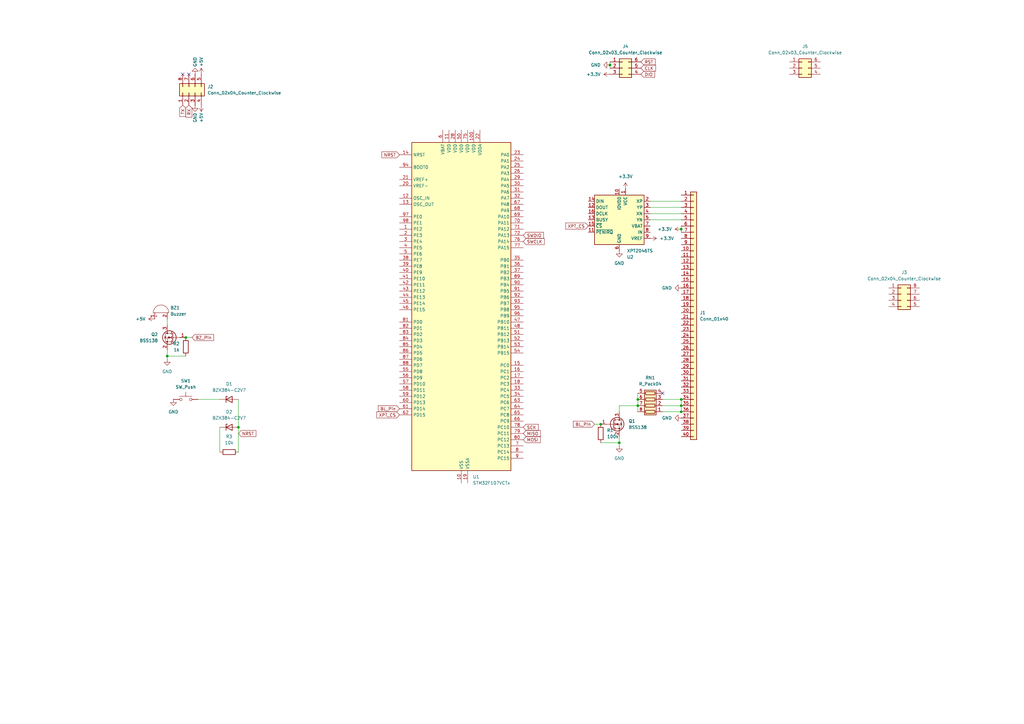
<source format=kicad_sch>
(kicad_sch (version 20250114) (generator "eeschema") (generator_version "9.0")
  (paper "A3")
  (lib_symbols
    (symbol "Connector_Generic:Conn_01x40" (pin_names (offset 1.016) (hide yes))
      (property "Reference" "J" (at 0 50.8 0))
      (property "Value" "Conn_01x40" (at 0 -53.34 0))
      (symbol "Conn_01x40_1_1"
        (rectangle (start -1.27 49.53) (end 1.27 -52.07) (stroke (width 0.254)) (fill (type background)))
        (rectangle (start -1.27 48.387) (end 0 48.133) (stroke (width 0.1524)))
        (rectangle (start -1.27 45.847) (end 0 45.593) (stroke (width 0.1524)))
        (rectangle (start -1.27 43.307) (end 0 43.053) (stroke (width 0.1524)))
        (rectangle (start -1.27 40.767) (end 0 40.513) (stroke (width 0.1524)))
        (rectangle (start -1.27 38.227) (end 0 37.973) (stroke (width 0.1524)))
        (rectangle (start -1.27 35.687) (end 0 35.433) (stroke (width 0.1524)))
        (rectangle (start -1.27 33.147) (end 0 32.893) (stroke (width 0.1524)))
        (rectangle (start -1.27 30.607) (end 0 30.353) (stroke (width 0.1524)))
        (rectangle (start -1.27 28.067) (end 0 27.813) (stroke (width 0.1524)))
        (rectangle (start -1.27 25.527) (end 0 25.273) (stroke (width 0.1524)))
        (rectangle (start -1.27 22.987) (end 0 22.733) (stroke (width 0.1524)))
        (rectangle (start -1.27 20.447) (end 0 20.193) (stroke (width 0.1524)))
        (rectangle (start -1.27 17.907) (end 0 17.653) (stroke (width 0.1524)))
        (rectangle (start -1.27 15.367) (end 0 15.113) (stroke (width 0.1524)))
        (rectangle (start -1.27 12.827) (end 0 12.573) (stroke (width 0.1524)))
        (rectangle (start -1.27 10.287) (end 0 10.033) (stroke (width 0.1524)))
        (rectangle (start -1.27 7.747) (end 0 7.493) (stroke (width 0.1524)))
        (rectangle (start -1.27 5.207) (end 0 4.953) (stroke (width 0.1524)))
        (rectangle (start -1.27 2.667) (end 0 2.413) (stroke (width 0.1524)))
        (rectangle (start -1.27 0.127) (end 0 -0.127) (stroke (width 0.1524)))
        (rectangle (start -1.27 -2.413) (end 0 -2.667) (stroke (width 0.1524)))
        (rectangle (start -1.27 -4.953) (end 0 -5.207) (stroke (width 0.1524)))
        (rectangle (start -1.27 -7.493) (end 0 -7.747) (stroke (width 0.1524)))
        (rectangle (start -1.27 -10.033) (end 0 -10.287) (stroke (width 0.1524)))
        (rectangle (start -1.27 -12.573) (end 0 -12.827) (stroke (width 0.1524)))
        (rectangle (start -1.27 -15.113) (end 0 -15.367) (stroke (width 0.1524)))
        (rectangle (start -1.27 -17.653) (end 0 -17.907) (stroke (width 0.1524)))
        (rectangle (start -1.27 -20.193) (end 0 -20.447) (stroke (width 0.1524)))
        (rectangle (start -1.27 -22.733) (end 0 -22.987) (stroke (width 0.1524)))
        (rectangle (start -1.27 -25.273) (end 0 -25.527) (stroke (width 0.1524)))
        (rectangle (start -1.27 -27.813) (end 0 -28.067) (stroke (width 0.1524)))
        (rectangle (start -1.27 -30.353) (end 0 -30.607) (stroke (width 0.1524)))
        (rectangle (start -1.27 -32.893) (end 0 -33.147) (stroke (width 0.1524)))
        (rectangle (start -1.27 -35.433) (end 0 -35.687) (stroke (width 0.1524)))
        (rectangle (start -1.27 -37.973) (end 0 -38.227) (stroke (width 0.1524)))
        (rectangle (start -1.27 -40.513) (end 0 -40.767) (stroke (width 0.1524)))
        (rectangle (start -1.27 -43.053) (end 0 -43.307) (stroke (width 0.1524)))
        (rectangle (start -1.27 -45.593) (end 0 -45.847) (stroke (width 0.1524)))
        (rectangle (start -1.27 -48.133) (end 0 -48.387) (stroke (width 0.1524)))
        (rectangle (start -1.27 -50.673) (end 0 -50.927) (stroke (width 0.1524)))
        (pin passive line (at -5.08 48.26 0) (length 3.81) (name "Pin_1") (number "1"))
        (pin passive line (at -5.08 45.72 0) (length 3.81) (name "Pin_2") (number "2"))
        (pin passive line (at -5.08 43.18 0) (length 3.81) (name "Pin_3") (number "3"))
        (pin passive line (at -5.08 40.64 0) (length 3.81) (name "Pin_4") (number "4"))
        (pin passive line (at -5.08 38.1 0) (length 3.81) (name "Pin_5") (number "5"))
        (pin passive line (at -5.08 35.56 0) (length 3.81) (name "Pin_6") (number "6"))
        (pin passive line (at -5.08 33.02 0) (length 3.81) (name "Pin_7") (number "7"))
        (pin passive line (at -5.08 30.48 0) (length 3.81) (name "Pin_8") (number "8"))
        (pin passive line (at -5.08 27.94 0) (length 3.81) (name "Pin_9") (number "9"))
        (pin passive line (at -5.08 25.4 0) (length 3.81) (name "Pin_10") (number "10"))
        (pin passive line (at -5.08 22.86 0) (length 3.81) (name "Pin_11") (number "11"))
        (pin passive line (at -5.08 20.32 0) (length 3.81) (name "Pin_12") (number "12"))
        (pin passive line (at -5.08 17.78 0) (length 3.81) (name "Pin_13") (number "13"))
        (pin passive line (at -5.08 15.24 0) (length 3.81) (name "Pin_14") (number "14"))
        (pin passive line (at -5.08 12.7 0) (length 3.81) (name "Pin_15") (number "15"))
        (pin passive line (at -5.08 10.16 0) (length 3.81) (name "Pin_16") (number "16"))
        (pin passive line (at -5.08 7.62 0) (length 3.81) (name "Pin_17") (number "17"))
        (pin passive line (at -5.08 5.08 0) (length 3.81) (name "Pin_18") (number "18"))
        (pin passive line (at -5.08 2.54 0) (length 3.81) (name "Pin_19") (number "19"))
        (pin passive line (at -5.08 0 0) (length 3.81) (name "Pin_20") (number "20"))
        (pin passive line (at -5.08 -2.54 0) (length 3.81) (name "Pin_21") (number "21"))
        (pin passive line (at -5.08 -5.08 0) (length 3.81) (name "Pin_22") (number "22"))
        (pin passive line (at -5.08 -7.62 0) (length 3.81) (name "Pin_23") (number "23"))
        (pin passive line (at -5.08 -10.16 0) (length 3.81) (name "Pin_24") (number "24"))
        (pin passive line (at -5.08 -12.7 0) (length 3.81) (name "Pin_25") (number "25"))
        (pin passive line (at -5.08 -15.24 0) (length 3.81) (name "Pin_26") (number "26"))
        (pin passive line (at -5.08 -17.78 0) (length 3.81) (name "Pin_27") (number "27"))
        (pin passive line (at -5.08 -20.32 0) (length 3.81) (name "Pin_28") (number "28"))
        (pin passive line (at -5.08 -22.86 0) (length 3.81) (name "Pin_29") (number "29"))
        (pin passive line (at -5.08 -25.4 0) (length 3.81) (name "Pin_30") (number "30"))
        (pin passive line (at -5.08 -27.94 0) (length 3.81) (name "Pin_31") (number "31"))
        (pin passive line (at -5.08 -30.48 0) (length 3.81) (name "Pin_32") (number "32"))
        (pin passive line (at -5.08 -33.02 0) (length 3.81) (name "Pin_33") (number "33"))
        (pin passive line (at -5.08 -35.56 0) (length 3.81) (name "Pin_34") (number "34"))
        (pin passive line (at -5.08 -38.1 0) (length 3.81) (name "Pin_35") (number "35"))
        (pin passive line (at -5.08 -40.64 0) (length 3.81) (name "Pin_36") (number "36"))
        (pin passive line (at -5.08 -43.18 0) (length 3.81) (name "Pin_37") (number "37"))
        (pin passive line (at -5.08 -45.72 0) (length 3.81) (name "Pin_38") (number "38"))
        (pin passive line (at -5.08 -48.26 0) (length 3.81) (name "Pin_39") (number "39"))
        (pin passive line (at -5.08 -50.8 0) (length 3.81) (name "Pin_40") (number "40"))
      )
    )
    (symbol "Connector_Generic:Conn_02x03_Counter_Clockwise" (pin_names (offset 1.016) (hide yes))
      (property "Reference" "J" (at 1.27 5.08 0))
      (property "Value" "Conn_02x03_Counter_Clockwise" (at 1.27 -5.08 0))
      (symbol "Conn_02x03_Counter_Clockwise_1_1"
        (rectangle (start -1.27 3.81) (end 3.81 -3.81) (stroke (width 0.254)) (fill (type background)))
        (rectangle (start -1.27 2.667) (end 0 2.413) (stroke (width 0.1524)))
        (rectangle (start -1.27 0.127) (end 0 -0.127) (stroke (width 0.1524)))
        (rectangle (start -1.27 -2.413) (end 0 -2.667) (stroke (width 0.1524)))
        (rectangle (start 3.81 2.667) (end 2.54 2.413) (stroke (width 0.1524)))
        (rectangle (start 3.81 0.127) (end 2.54 -0.127) (stroke (width 0.1524)))
        (rectangle (start 3.81 -2.413) (end 2.54 -2.667) (stroke (width 0.1524)))
        (pin passive line (at -5.08 2.54 0) (length 3.81) (name "Pin_1") (number "1"))
        (pin passive line (at -5.08 0 0) (length 3.81) (name "Pin_2") (number "2"))
        (pin passive line (at -5.08 -2.54 0) (length 3.81) (name "Pin_3") (number "3"))
        (pin passive line (at 7.62 2.54 180) (length 3.81) (name "Pin_6") (number "6"))
        (pin passive line (at 7.62 0 180) (length 3.81) (name "Pin_5") (number "5"))
        (pin passive line (at 7.62 -2.54 180) (length 3.81) (name "Pin_4") (number "4"))
      )
    )
    (symbol "Connector_Generic:Conn_02x04_Counter_Clockwise" (pin_names (offset 1.016) (hide yes))
      (property "Reference" "J" (at 1.27 5.08 0))
      (property "Value" "Conn_02x04_Counter_Clockwise" (at 1.27 -7.62 0))
      (symbol "Conn_02x04_Counter_Clockwise_1_1"
        (rectangle (start -1.27 3.81) (end 3.81 -6.35) (stroke (width 0.254)) (fill (type background)))
        (rectangle (start -1.27 2.667) (end 0 2.413) (stroke (width 0.1524)))
        (rectangle (start -1.27 0.127) (end 0 -0.127) (stroke (width 0.1524)))
        (rectangle (start -1.27 -2.413) (end 0 -2.667) (stroke (width 0.1524)))
        (rectangle (start -1.27 -4.953) (end 0 -5.207) (stroke (width 0.1524)))
        (rectangle (start 3.81 2.667) (end 2.54 2.413) (stroke (width 0.1524)))
        (rectangle (start 3.81 0.127) (end 2.54 -0.127) (stroke (width 0.1524)))
        (rectangle (start 3.81 -2.413) (end 2.54 -2.667) (stroke (width 0.1524)))
        (rectangle (start 3.81 -4.953) (end 2.54 -5.207) (stroke (width 0.1524)))
        (pin passive line (at -5.08 2.54 0) (length 3.81) (name "Pin_1") (number "1"))
        (pin passive line (at -5.08 0 0) (length 3.81) (name "Pin_2") (number "2"))
        (pin passive line (at -5.08 -2.54 0) (length 3.81) (name "Pin_3") (number "3"))
        (pin passive line (at -5.08 -5.08 0) (length 3.81) (name "Pin_4") (number "4"))
        (pin passive line (at 7.62 2.54 180) (length 3.81) (name "Pin_8") (number "8"))
        (pin passive line (at 7.62 0 180) (length 3.81) (name "Pin_7") (number "7"))
        (pin passive line (at 7.62 -2.54 180) (length 3.81) (name "Pin_6") (number "6"))
        (pin passive line (at 7.62 -5.08 180) (length 3.81) (name "Pin_5") (number "5"))
      )
    )
    (symbol "Device:Buzzer" (pin_names (offset 0.0254) (hide yes))
      (property "Reference" "BZ" (at 3.81 1.27 0))
      (property "Value" "Buzzer" (at 3.81 -1.27 0))
      (symbol "Buzzer_0_1"
        (polyline (pts (xy -1.651 1.905) (xy -1.143 1.905)))
        (polyline (pts (xy -1.397 2.159) (xy -1.397 1.651)))
        (arc (start 0 3.175) (mid 3.1612 0) (end 0 -3.175))
        (polyline (pts (xy 0 3.175) (xy 0 -3.175)))
      )
      (symbol "Buzzer_1_1"
        (pin passive line (at -2.54 2.54 0) (length 2.54) (name "+") (number "1"))
        (pin passive line (at -2.54 -2.54 0) (length 2.54) (name "-") (number "2"))
      )
    )
    (symbol "Device:R" (pin_numbers (hide yes)) (pin_names (offset 0))
      (property "Reference" "R" (at 2.032 0 90))
      (property "Value" "R" (at 0 0 90))
      (symbol "R_0_1"
        (rectangle (start -1.016 -2.54) (end 1.016 2.54) (stroke (width 0.254)))
      )
      (symbol "R_1_1"
        (pin passive line (at 0 3.81 270) (length 1.27) (name "~") (number "1"))
        (pin passive line (at 0 -3.81 90) (length 1.27) (name "~") (number "2"))
      )
    )
    (symbol "Device:R_Pack04" (pin_names (offset 0) (hide yes))
      (property "Reference" "RN" (at -7.62 0 90))
      (property "Value" "R_Pack04" (at 5.08 0 90))
      (symbol "R_Pack04_0_1"
        (rectangle (start -6.35 -2.413) (end 3.81 2.413) (stroke (width 0.254)) (fill (type background)))
        (rectangle (start -5.715 1.905) (end -4.445 -1.905) (stroke (width 0.254)))
        (polyline (pts (xy -5.08 1.905) (xy -5.08 2.54)))
        (polyline (pts (xy -5.08 -2.54) (xy -5.08 -1.905)))
        (rectangle (start -3.175 1.905) (end -1.905 -1.905) (stroke (width 0.254)))
        (polyline (pts (xy -2.54 1.905) (xy -2.54 2.54)))
        (polyline (pts (xy -2.54 -2.54) (xy -2.54 -1.905)))
        (rectangle (start -0.635 1.905) (end 0.635 -1.905) (stroke (width 0.254)))
        (polyline (pts (xy 0 1.905) (xy 0 2.54)))
        (polyline (pts (xy 0 -2.54) (xy 0 -1.905)))
        (rectangle (start 1.905 1.905) (end 3.175 -1.905) (stroke (width 0.254)))
        (polyline (pts (xy 2.54 1.905) (xy 2.54 2.54)))
        (polyline (pts (xy 2.54 -2.54) (xy 2.54 -1.905)))
      )
      (symbol "R_Pack04_1_1"
        (pin passive line (at -5.08 5.08 270) (length 2.54) (name "R1.2") (number "8"))
        (pin passive line (at -5.08 -5.08 90) (length 2.54) (name "R1.1") (number "1"))
        (pin passive line (at -2.54 5.08 270) (length 2.54) (name "R2.2") (number "7"))
        (pin passive line (at -2.54 -5.08 90) (length 2.54) (name "R2.1") (number "2"))
        (pin passive line (at 0 5.08 270) (length 2.54) (name "R3.2") (number "6"))
        (pin passive line (at 0 -5.08 90) (length 2.54) (name "R3.1") (number "3"))
        (pin passive line (at 2.54 5.08 270) (length 2.54) (name "R4.2") (number "5"))
        (pin passive line (at 2.54 -5.08 90) (length 2.54) (name "R4.1") (number "4"))
      )
    )
    (symbol "Diode:BZX384xxxx" (pin_numbers (hide yes)) (pin_names (hide yes))
      (property "Reference" "D" (at 0 2.54 0))
      (property "Value" "BZX384xxxx" (at 0 -2.54 0))
      (symbol "BZX384xxxx_0_1"
        (polyline (pts (xy -1.27 -1.27) (xy -1.27 1.27) (xy -0.762 1.27)) (stroke (width 0.254)))
        (polyline (pts (xy 1.27 0) (xy -1.27 0)))
        (polyline (pts (xy 1.27 -1.27) (xy 1.27 1.27) (xy -1.27 0) (xy 1.27 -1.27)) (stroke (width 0.254)))
      )
      (symbol "BZX384xxxx_1_1"
        (pin passive line (at -3.81 0 0) (length 2.54) (name "K") (number "1"))
        (pin passive line (at 3.81 0 180) (length 2.54) (name "A") (number "2"))
      )
    )
    (symbol "Driver_Display:XPT2046TS"
      (property "Reference" "U" (at -8.89 11.43 0))
      (property "Value" "XPT2046TS" (at 3.81 11.43 0))
      (symbol "XPT2046TS_0_1"
        (rectangle (start -10.16 10.16) (end 10.16 -10.16) (stroke (width 0.254)) (fill (type background)))
      )
      (symbol "XPT2046TS_1_1"
        (pin input line (at -12.7 7.62 0) (length 2.54) (name "XP") (number "2"))
        (pin input line (at -12.7 5.08 0) (length 2.54) (name "YP") (number "3"))
        (pin input line (at -12.7 2.54 0) (length 2.54) (name "XN") (number "4"))
        (pin input line (at -12.7 0 0) (length 2.54) (name "YN") (number "5"))
        (pin power_in line (at -12.7 -2.54 0) (length 2.54) (name "VBAT") (number "7"))
        (pin input line (at -12.7 -5.08 0) (length 2.54) (name "IN") (number "8"))
        (pin bidirectional line (at -12.7 -7.62 0) (length 2.54) (name "VREF") (number "9"))
        (pin power_in line (at -2.54 12.7 270) (length 2.54) (name "VCC") (number "1"))
        (pin power_in line (at 0 12.7 270) (length 2.54) (name "IOVDD") (number "10"))
        (pin power_in line (at 0 -12.7 90) (length 2.54) (name "GND") (number "6"))
        (pin input line (at 12.7 7.62 180) (length 2.54) (name "DIN") (number "14"))
        (pin output line (at 12.7 5.08 180) (length 2.54) (name "DOUT") (number "12"))
        (pin input line (at 12.7 2.54 180) (length 2.54) (name "DCLK") (number "16"))
        (pin output line (at 12.7 0 180) (length 2.54) (name "BUSY") (number "13"))
        (pin input line (at 12.7 -2.54 180) (length 2.54) (name "~{CS}") (number "15"))
        (pin open_collector line (at 12.7 -5.08 180) (length 2.54) (name "~{PENIRQ}") (number "11"))
      )
    )
    (symbol "MCU_ST_STM32F1:STM32F107VCTx"
      (property "Reference" "U" (at -20.32 69.85 0))
      (property "Value" "STM32F107VCTx" (at 10.16 69.85 0))
      (symbol "STM32F107VCTx_0_1"
        (rectangle (start -20.32 -66.04) (end 20.32 68.58) (stroke (width 0.254)) (fill (type background)))
      )
      (symbol "STM32F107VCTx_1_1"
        (pin input line (at -25.4 63.5 0) (length 5.08) (name "NRST") (number "14"))
        (pin input line (at -25.4 58.42 0) (length 5.08) (name "BOOT0") (number "94"))
        (pin input line (at -25.4 53.34 0) (length 5.08) (name "VREF+") (number "21"))
        (pin input line (at -25.4 50.8 0) (length 5.08) (name "VREF-") (number "20"))
        (pin input line (at -25.4 45.72 0) (length 5.08) (name "OSC_IN") (number "12"))
        (pin input line (at -25.4 43.18 0) (length 5.08) (name "OSC_OUT") (number "13"))
        (pin bidirectional line (at -25.4 38.1 0) (length 5.08) (name "PE0") (number "97"))
        (pin bidirectional line (at -25.4 35.56 0) (length 5.08) (name "PE1") (number "98"))
        (pin bidirectional line (at -25.4 33.02 0) (length 5.08) (name "PE2") (number "1"))
        (pin bidirectional line (at -25.4 30.48 0) (length 5.08) (name "PE3") (number "2"))
        (pin bidirectional line (at -25.4 27.94 0) (length 5.08) (name "PE4") (number "3"))
        (pin bidirectional line (at -25.4 25.4 0) (length 5.08) (name "PE5") (number "4"))
        (pin bidirectional line (at -25.4 22.86 0) (length 5.08) (name "PE6") (number "5"))
        (pin bidirectional line (at -25.4 20.32 0) (length 5.08) (name "PE7") (number "38"))
        (pin bidirectional line (at -25.4 17.78 0) (length 5.08) (name "PE8") (number "39"))
        (pin bidirectional line (at -25.4 15.24 0) (length 5.08) (name "PE9") (number "40"))
        (pin bidirectional line (at -25.4 12.7 0) (length 5.08) (name "PE10") (number "41"))
        (pin bidirectional line (at -25.4 10.16 0) (length 5.08) (name "PE11") (number "42"))
        (pin bidirectional line (at -25.4 7.62 0) (length 5.08) (name "PE12") (number "43"))
        (pin bidirectional line (at -25.4 5.08 0) (length 5.08) (name "PE13") (number "44"))
        (pin bidirectional line (at -25.4 2.54 0) (length 5.08) (name "PE14") (number "45"))
        (pin bidirectional line (at -25.4 0 0) (length 5.08) (name "PE15") (number "46"))
        (pin bidirectional line (at -25.4 -5.08 0) (length 5.08) (name "PD0") (number "81"))
        (pin bidirectional line (at -25.4 -7.62 0) (length 5.08) (name "PD1") (number "82"))
        (pin bidirectional line (at -25.4 -10.16 0) (length 5.08) (name "PD2") (number "83"))
        (pin bidirectional line (at -25.4 -12.7 0) (length 5.08) (name "PD3") (number "84"))
        (pin bidirectional line (at -25.4 -15.24 0) (length 5.08) (name "PD4") (number "85"))
        (pin bidirectional line (at -25.4 -17.78 0) (length 5.08) (name "PD5") (number "86"))
        (pin bidirectional line (at -25.4 -20.32 0) (length 5.08) (name "PD6") (number "87"))
        (pin bidirectional line (at -25.4 -22.86 0) (length 5.08) (name "PD7") (number "88"))
        (pin bidirectional line (at -25.4 -25.4 0) (length 5.08) (name "PD8") (number "55"))
        (pin bidirectional line (at -25.4 -27.94 0) (length 5.08) (name "PD9") (number "56"))
        (pin bidirectional line (at -25.4 -30.48 0) (length 5.08) (name "PD10") (number "57"))
        (pin bidirectional line (at -25.4 -33.02 0) (length 5.08) (name "PD11") (number "58"))
        (pin bidirectional line (at -25.4 -35.56 0) (length 5.08) (name "PD12") (number "59"))
        (pin bidirectional line (at -25.4 -38.1 0) (length 5.08) (name "PD13") (number "60"))
        (pin bidirectional line (at -25.4 -40.64 0) (length 5.08) (name "PD14") (number "61"))
        (pin bidirectional line (at -25.4 -43.18 0) (length 5.08) (name "PD15") (number "62"))
        (pin no_connect line (at -20.32 -66.04 0) (length 5.08) (hide yes) (name "NC") (number "73"))
        (pin power_in line (at -7.62 73.66 270) (length 5.08) (name "VBAT") (number "6"))
        (pin power_in line (at -5.08 73.66 270) (length 5.08) (name "VDD") (number "11"))
        (pin power_in line (at -2.54 73.66 270) (length 5.08) (name "VDD") (number "28"))
        (pin power_in line (at 0 73.66 270) (length 5.08) (name "VDD") (number "50"))
        (pin power_in line (at 0 -71.12 90) (length 5.08) (name "VSS") (number "10"))
        (pin passive line (at 0 -71.12 90) (length 5.08) (hide yes) (name "VSS") (number "27"))
        (pin passive line (at 0 -71.12 90) (length 5.08) (hide yes) (name "VSS") (number "49"))
        (pin passive line (at 0 -71.12 90) (length 5.08) (hide yes) (name "VSS") (number "74"))
        (pin passive line (at 0 -71.12 90) (length 5.08) (hide yes) (name "VSS") (number "99"))
        (pin power_in line (at 2.54 73.66 270) (length 5.08) (name "VDD") (number "75"))
        (pin power_in line (at 2.54 -71.12 90) (length 5.08) (name "VSSA") (number "19"))
        (pin power_in line (at 5.08 73.66 270) (length 5.08) (name "VDD") (number "100"))
        (pin power_in line (at 7.62 73.66 270) (length 5.08) (name "VDDA") (number "22"))
        (pin bidirectional line (at 25.4 63.5 180) (length 5.08) (name "PA0") (number "23"))
        (pin bidirectional line (at 25.4 60.96 180) (length 5.08) (name "PA1") (number "24"))
        (pin bidirectional line (at 25.4 58.42 180) (length 5.08) (name "PA2") (number "25"))
        (pin bidirectional line (at 25.4 55.88 180) (length 5.08) (name "PA3") (number "26"))
        (pin bidirectional line (at 25.4 53.34 180) (length 5.08) (name "PA4") (number "29"))
        (pin bidirectional line (at 25.4 50.8 180) (length 5.08) (name "PA5") (number "30"))
        (pin bidirectional line (at 25.4 48.26 180) (length 5.08) (name "PA6") (number "31"))
        (pin bidirectional line (at 25.4 45.72 180) (length 5.08) (name "PA7") (number "32"))
        (pin bidirectional line (at 25.4 43.18 180) (length 5.08) (name "PA8") (number "67"))
        (pin bidirectional line (at 25.4 40.64 180) (length 5.08) (name "PA9") (number "68"))
        (pin bidirectional line (at 25.4 38.1 180) (length 5.08) (name "PA10") (number "69"))
        (pin bidirectional line (at 25.4 35.56 180) (length 5.08) (name "PA11") (number "70"))
        (pin bidirectional line (at 25.4 33.02 180) (length 5.08) (name "PA12") (number "71"))
        (pin bidirectional line (at 25.4 30.48 180) (length 5.08) (name "PA13") (number "72"))
        (pin bidirectional line (at 25.4 27.94 180) (length 5.08) (name "PA14") (number "76"))
        (pin bidirectional line (at 25.4 25.4 180) (length 5.08) (name "PA15") (number "77"))
        (pin bidirectional line (at 25.4 20.32 180) (length 5.08) (name "PB0") (number "35"))
        (pin bidirectional line (at 25.4 17.78 180) (length 5.08) (name "PB1") (number "36"))
        (pin bidirectional line (at 25.4 15.24 180) (length 5.08) (name "PB2") (number "37"))
        (pin bidirectional line (at 25.4 12.7 180) (length 5.08) (name "PB3") (number "89"))
        (pin bidirectional line (at 25.4 10.16 180) (length 5.08) (name "PB4") (number "90"))
        (pin bidirectional line (at 25.4 7.62 180) (length 5.08) (name "PB5") (number "91"))
        (pin bidirectional line (at 25.4 5.08 180) (length 5.08) (name "PB6") (number "92"))
        (pin bidirectional line (at 25.4 2.54 180) (length 5.08) (name "PB7") (number "93"))
        (pin bidirectional line (at 25.4 0 180) (length 5.08) (name "PB8") (number "95"))
        (pin bidirectional line (at 25.4 -2.54 180) (length 5.08) (name "PB9") (number "96"))
        (pin bidirectional line (at 25.4 -5.08 180) (length 5.08) (name "PB10") (number "47"))
        (pin bidirectional line (at 25.4 -7.62 180) (length 5.08) (name "PB11") (number "48"))
        (pin bidirectional line (at 25.4 -10.16 180) (length 5.08) (name "PB12") (number "51"))
        (pin bidirectional line (at 25.4 -12.7 180) (length 5.08) (name "PB13") (number "52"))
        (pin bidirectional line (at 25.4 -15.24 180) (length 5.08) (name "PB14") (number "53"))
        (pin bidirectional line (at 25.4 -17.78 180) (length 5.08) (name "PB15") (number "54"))
        (pin bidirectional line (at 25.4 -22.86 180) (length 5.08) (name "PC0") (number "15"))
        (pin bidirectional line (at 25.4 -25.4 180) (length 5.08) (name "PC1") (number "16"))
        (pin bidirectional line (at 25.4 -27.94 180) (length 5.08) (name "PC2") (number "17"))
        (pin bidirectional line (at 25.4 -30.48 180) (length 5.08) (name "PC3") (number "18"))
        (pin bidirectional line (at 25.4 -33.02 180) (length 5.08) (name "PC4") (number "33"))
        (pin bidirectional line (at 25.4 -35.56 180) (length 5.08) (name "PC5") (number "34"))
        (pin bidirectional line (at 25.4 -38.1 180) (length 5.08) (name "PC6") (number "63"))
        (pin bidirectional line (at 25.4 -40.64 180) (length 5.08) (name "PC7") (number "64"))
        (pin bidirectional line (at 25.4 -43.18 180) (length 5.08) (name "PC8") (number "65"))
        (pin bidirectional line (at 25.4 -45.72 180) (length 5.08) (name "PC9") (number "66"))
        (pin bidirectional line (at 25.4 -48.26 180) (length 5.08) (name "PC10") (number "78"))
        (pin bidirectional line (at 25.4 -50.8 180) (length 5.08) (name "PC11") (number "79"))
        (pin bidirectional line (at 25.4 -53.34 180) (length 5.08) (name "PC12") (number "80"))
        (pin bidirectional line (at 25.4 -55.88 180) (length 5.08) (name "PC13") (number "7"))
        (pin bidirectional line (at 25.4 -58.42 180) (length 5.08) (name "PC14") (number "8"))
        (pin bidirectional line (at 25.4 -60.96 180) (length 5.08) (name "PC15") (number "9"))
      )
    )
    (symbol "Switch:SW_Push" (pin_numbers (hide yes)) (pin_names (offset 1.016) (hide yes))
      (property "Reference" "SW" (at 1.27 2.54 0))
      (property "Value" "SW_Push" (at 0 -1.524 0))
      (symbol "SW_Push_0_1"
        (circle (center -2.032 0) (radius 0.508))
        (polyline (pts (xy 0 1.27) (xy 0 3.048)))
        (circle (center 2.032 0) (radius 0.508))
        (polyline (pts (xy 2.54 1.27) (xy -2.54 1.27)))
        (pin passive line (at -5.08 0 0) (length 2.54) (name "1") (number "1"))
        (pin passive line (at 5.08 0 180) (length 2.54) (name "2") (number "2"))
      )
    )
    (symbol "Transistor_FET:BSS138" (pin_names (offset 0) (hide yes))
      (property "Reference" "Q" (at 5.08 1.905 0))
      (property "Value" "BSS138" (at 5.08 0 0))
      (symbol "BSS138_0_1"
        (polyline (pts (xy 0.254 1.905) (xy 0.254 -1.905)) (stroke (width 0.254)))
        (polyline (pts (xy 0.254 0) (xy -2.54 0)))
        (polyline (pts (xy 0.762 2.286) (xy 0.762 1.27)) (stroke (width 0.254)))
        (polyline (pts (xy 0.762 0.508) (xy 0.762 -0.508)) (stroke (width 0.254)))
        (polyline (pts (xy 0.762 -1.27) (xy 0.762 -2.286)) (stroke (width 0.254)))
        (polyline (pts (xy 0.762 -1.778) (xy 3.302 -1.778) (xy 3.302 1.778) (xy 0.762 1.778)))
        (polyline (pts (xy 1.016 0) (xy 2.032 0.381) (xy 2.032 -0.381) (xy 1.016 0)) (fill (type outline)))
        (circle (center 1.651 0) (radius 2.794) (stroke (width 0.254)))
        (polyline (pts (xy 2.54 2.54) (xy 2.54 1.778)))
        (circle (center 2.54 1.778) (radius 0.254) (fill (type outline)))
        (circle (center 2.54 -1.778) (radius 0.254) (fill (type outline)))
        (polyline (pts (xy 2.54 -2.54) (xy 2.54 0) (xy 0.762 0)))
        (polyline (pts (xy 2.921 0.381) (xy 3.683 0.381)))
        (polyline (pts (xy 3.302 0.381) (xy 2.921 -0.254) (xy 3.683 -0.254) (xy 3.302 0.381)))
      )
      (symbol "BSS138_1_1"
        (pin input line (at -5.08 0 0) (length 2.54) (name "G") (number "1"))
        (pin passive line (at 2.54 5.08 270) (length 2.54) (name "D") (number "3"))
        (pin passive line (at 2.54 -5.08 90) (length 2.54) (name "S") (number "2"))
      )
    )
    (symbol "power:+3.3V" (power) (pin_numbers (hide yes)) (pin_names (offset 0) (hide yes))
      (property "Value" "+3.3V" (at 0 3.556 0))
      (symbol "+3.3V_0_1"
        (polyline (pts (xy -0.762 1.27) (xy 0 2.54)))
        (polyline (pts (xy 0 2.54) (xy 0.762 1.27)))
        (polyline (pts (xy 0 0) (xy 0 2.54)))
      )
      (symbol "+3.3V_1_1"
        (pin power_in line (at 0 0 90) (length 0) (name "~") (number "1"))
      )
    )
    (symbol "power:+5V" (power) (pin_numbers (hide yes)) (pin_names (offset 0) (hide yes))
      (property "Value" "+5V" (at 0 3.556 0))
      (symbol "+5V_0_1"
        (polyline (pts (xy -0.762 1.27) (xy 0 2.54)))
        (polyline (pts (xy 0 2.54) (xy 0.762 1.27)))
        (polyline (pts (xy 0 0) (xy 0 2.54)))
      )
      (symbol "+5V_1_1"
        (pin power_in line (at 0 0 90) (length 0) (name "~") (number "1"))
      )
    )
    (symbol "power:GND" (power) (pin_numbers (hide yes)) (pin_names (offset 0) (hide yes))
      (property "Value" "GND" (at 0 -3.81 0))
      (symbol "GND_0_1"
        (polyline (pts (xy 0 0) (xy 0 -1.27) (xy 1.27 -1.27) (xy 0 -2.54) (xy -1.27 -1.27) (xy 0 -1.27)))
      )
      (symbol "GND_1_1"
        (pin power_in line (at 0 0 270) (length 0) (name "~") (number "1"))
      )
    )
  )
  (junction (at 254 181.61))
  (junction (at 261.62 166.37))
  (junction (at 246.38 173.99))
  (junction (at 250.19 26.67))
  (junction (at 76.2 138.43))
  (junction (at 97.79 175.26))
  (junction (at 68.58 146.05))
  (junction (at 279.4 93.98))
  (junction (at 279.4 163.83))
  (junction (at 279.4 166.37))
  (junction (at 261.62 163.83))
  (junction (at 279.4 168.91))
  (no_connect (at 77.47 30.48))
  (no_connect (at 271.78 161.29))
  (no_connect (at 74.93 30.48))
  (wire (pts (xy 76.2 146.05) (xy 68.58 146.05)))
  (wire (pts (xy 68.58 130.81) (xy 68.58 133.35)))
  (wire (pts (xy 261.62 161.29) (xy 261.62 163.83)))
  (wire (pts (xy 279.4 92.71) (xy 279.4 93.98)))
  (wire (pts (xy 246.38 181.61) (xy 254 181.61)))
  (wire (pts (xy 266.7 90.17) (xy 279.4 90.17)))
  (wire (pts (xy 68.58 147.32) (xy 68.58 146.05)))
  (wire (pts (xy 254 182.88) (xy 254 181.61)))
  (wire (pts (xy 271.78 168.91) (xy 279.4 168.91)))
  (wire (pts (xy 90.17 175.26) (xy 90.17 185.42)))
  (wire (pts (xy 266.7 82.55) (xy 279.4 82.55)))
  (wire (pts (xy 266.7 85.09) (xy 279.4 85.09)))
  (wire (pts (xy 254 166.37) (xy 254 168.91)))
  (wire (pts (xy 250.19 26.67) (xy 250.19 27.94)))
  (wire (pts (xy 78.74 138.43) (xy 76.2 138.43)))
  (wire (pts (xy 279.4 166.37) (xy 279.4 168.91)))
  (wire (pts (xy 261.62 166.37) (xy 254 166.37)))
  (wire (pts (xy 266.7 87.63) (xy 279.4 87.63)))
  (wire (pts (xy 243.84 173.99) (xy 246.38 173.99)))
  (wire (pts (xy 68.58 146.05) (xy 68.58 143.51)))
  (wire (pts (xy 97.79 163.83) (xy 97.79 175.26)))
  (wire (pts (xy 271.78 163.83) (xy 279.4 163.83)))
  (wire (pts (xy 271.78 166.37) (xy 279.4 166.37)))
  (wire (pts (xy 279.4 163.83) (xy 279.4 166.37)))
  (wire (pts (xy 97.79 175.26) (xy 97.79 185.42)))
  (wire (pts (xy 261.62 166.37) (xy 261.62 168.91)))
  (wire (pts (xy 279.4 93.98) (xy 279.4 95.25)))
  (wire (pts (xy 254 181.61) (xy 254 179.07)))
  (wire (pts (xy 261.62 163.83) (xy 261.62 166.37)))
  (wire (pts (xy 81.28 163.83) (xy 90.17 163.83)))
  (wire (pts (xy 250.19 25.4) (xy 250.19 26.67)))
  (global_label "XPT_CS" (shape input) (at 163.83 170.18 180) (property "Intersheetrefs" "${INTERSHEET_REFS}" (effects (hide yes))))
  (global_label "MOSI" (shape input) (at 214.63 180.34 0) (property "Intersheetrefs" "${INTERSHEET_REFS}" (effects (hide yes))))
  (global_label "MISO" (shape input) (at 214.63 177.8 0) (property "Intersheetrefs" "${INTERSHEET_REFS}" (effects (hide yes))))
  (global_label "SWDIO" (shape input) (at 214.63 96.52 0) (property "Intersheetrefs" "${INTERSHEET_REFS}" (effects (hide yes))))
  (global_label "SCK" (shape input) (at 214.63 175.26 0) (property "Intersheetrefs" "${INTERSHEET_REFS}" (effects (hide yes))))
  (global_label "SWCLK" (shape input) (at 214.63 99.06 0) (property "Intersheetrefs" "${INTERSHEET_REFS}" (effects (hide yes))))
  (global_label "XPT_CS" (shape input) (at 241.3 92.71 180) (property "Intersheetrefs" "${INTERSHEET_REFS}" (effects (hide yes))))
  (global_label "BZ_Pin" (shape input) (at 78.74 138.43 0) (property "Intersheetrefs" "${INTERSHEET_REFS}" (effects (hide yes))))
  (global_label "NRST" (shape input) (at 163.83 63.5 180) (property "Intersheetrefs" "${INTERSHEET_REFS}" (effects (hide yes))))
  (global_label "NRST" (shape input) (at 97.79 177.8 0) (property "Intersheetrefs" "${INTERSHEET_REFS}" (effects (hide yes))))
  (global_label "BL_Pin" (shape input) (at 163.83 167.64 180) (property "Intersheetrefs" "${INTERSHEET_REFS}" (effects (hide yes))))
  (global_label "RST" (shape input) (at 262.89 25.4 0) (property "Intersheetrefs" "${INTERSHEET_REFS}" (effects (hide yes))))
  (global_label "CLK" (shape input) (at 262.89 27.94 0) (property "Intersheetrefs" "${INTERSHEET_REFS}" (effects (hide yes))))
  (global_label "DIO" (shape input) (at 262.89 30.48 0) (property "Intersheetrefs" "${INTERSHEET_REFS}" (effects (hide yes))))
  (global_label "RX" (shape input) (at 77.47 43.18 270) (property "Intersheetrefs" "${INTERSHEET_REFS}" (effects (hide yes))))
  (global_label "TX" (shape input) (at 74.93 43.18 270) (property "Intersheetrefs" "${INTERSHEET_REFS}" (effects (hide yes))))
  (global_label "BL_Pin" (shape input) (at 243.84 173.99 180) (property "Intersheetrefs" "${INTERSHEET_REFS}" (effects (hide yes))))
  (symbol (lib_id "Device:R_Pack04") (at 266.7 163.83 90) (unit 1)
    (property "Reference" "RN1" (at 266.7 154.94 90))
    (property "Value" "R_Pack04" (at 266.7 157.48 90))
    (property "Footprint" "Resistor_SMD:R_Array_Convex_4x1206" (effects (hide yes)))
    (property "Description" "4 resistor network, parallel topology" (effects (hide yes)))
  )
  (symbol (lib_id "power:+5V") (at 82.55 30.48 0) (unit 1)
    (property "Reference" "#PWR07" (effects (hide yes)))
    (property "Value" "+5V" (at 82.55 25.4 90))
    (property "Description" "Power symbol creates a global label with name \"+5V\"" (effects (hide yes)))
  )
  (symbol (lib_id "Driver_Display:XPT2046TS") (at 254 90.17 0) (mirror y) (unit 1)
    (property "Reference" "U2" (at 257.1181 105.41 0) (effects (justify right)))
    (property "Value" "XPT2046TS" (at 257.1181 102.87 0) (effects (justify right)))
    (property "Footprint" "Package_SO:TSSOP-16_4.4x5mm_P0.65mm" (effects (hide yes)))
    (property "Datasheet" "http://www.xptek.cn/uploadfile/download/201707171401161883.pdf" (effects (hide yes)))
    (property "Description" "Single-supply, 12bit, 4 ch, touch screen driver, 2.2 - 5.25 VDD, -40 to +85 C, QSPI, SPI, 3-wire serial interface, TSSOP-16" (effects (hide yes)))
  )
  (symbol (lib_id "Switch:SW_Push") (at 76.2 163.83 0) (unit 1)
    (property "Reference" "SW1" (at 76.2 156.21 0))
    (property "Value" "SW_Push" (at 76.2 158.75 0))
    (property "Description" "Push button switch, generic, two pins" (effects (hide yes)))
  )
  (symbol (lib_id "Connector_Generic:Conn_01x40") (at 284.48 128.27 0) (unit 1)
    (property "Reference" "J1" (at 287.02 128.2699 0) (effects (justify left)))
    (property "Value" "Conn_01x40" (at 287.02 130.8099 0) (effects (justify left)))
    (property "Description" "Generic connector, single row, 01x40, script generated (kicad-library-utils/schlib/autogen/connector/)" (effects (hide yes)))
  )
  (symbol (lib_id "power:GND") (at 250.19 26.67 270) (unit 1)
    (property "Reference" "#PWR04" (effects (hide yes)))
    (property "Value" "GND" (at 246.38 26.6699 90) (effects (justify right)))
    (property "Description" "Power symbol creates a global label with name \"GND\" , ground" (effects (hide yes)))
  )
  (symbol (lib_id "power:GND") (at 279.4 171.45 270) (unit 1)
    (property "Reference" "#PWR01" (effects (hide yes)))
    (property "Value" "GND" (at 275.59 171.4499 90) (effects (justify right)))
    (property "Description" "Power symbol creates a global label with name \"GND\" , ground" (effects (hide yes)))
  )
  (symbol (lib_id "power:+5V") (at 82.55 43.18 180) (unit 1)
    (property "Reference" "#PWR08" (effects (hide yes)))
    (property "Value" "+5V" (at 82.55 48.26 90))
    (property "Description" "Power symbol creates a global label with name \"+5V\"" (effects (hide yes)))
  )
  (symbol (lib_id "power:GND") (at 68.58 147.32 0) (mirror y) (unit 1)
    (property "Reference" "#PWR09" (effects (hide yes)))
    (property "Value" "GND" (at 68.58 152.4 0))
    (property "Description" "Power symbol creates a global label with name \"GND\" , ground" (effects (hide yes)))
  )
  (symbol (lib_id "power:+3.3V") (at 250.19 30.48 90) (unit 1)
    (property "Reference" "#PWR03" (effects (hide yes)))
    (property "Value" "+3.3V" (at 246.38 30.4799 90) (effects (justify left)))
    (property "Description" "Power symbol creates a global label with name \"+3.3V\"" (effects (hide yes)))
  )
  (symbol (lib_id "power:GND") (at 254 102.87 0) (mirror y) (unit 1)
    (property "Reference" "#PWR012" (effects (hide yes)))
    (property "Value" "GND" (at 254 107.95 0))
    (property "Description" "Power symbol creates a global label with name \"GND\" , ground" (effects (hide yes)))
  )
  (symbol (lib_id "Connector_Generic:Conn_02x04_Counter_Clockwise") (at 369.57 120.65 0) (unit 1)
    (property "Reference" "J3" (at 370.84 111.76 0))
    (property "Value" "Conn_02x04_Counter_Clockwise" (at 370.84 114.3 0))
    (property "Description" "Generic connector, double row, 02x04, counter clockwise pin numbering scheme (similar to DIP package numbering), script generated (kicad-library-utils/schlib/autogen/connector/)" (effects (hide yes)))
  )
  (symbol (lib_id "Diode:BZX384xxxx") (at 93.98 163.83 0) (unit 1)
    (property "Reference" "D1" (at 93.98 157.48 0))
    (property "Value" "BZX384-C2V7" (at 93.98 160.02 0))
    (property "Footprint" "Diode_SMD:D_SOD-323" (effects (hide yes)))
    (property "Datasheet" "https://www.vishay.com/docs/85764/bzx384.pdf" (effects (hide yes)))
    (property "Description" "300mW Zener Diode, SOD-323" (effects (hide yes)))
  )
  (symbol (lib_id "Device:Buzzer") (at 66.04 128.27 90) (unit 1)
    (property "Reference" "BZ1" (at 69.85 126.2448 90) (effects (justify right)))
    (property "Value" "Buzzer" (at 69.85 128.7848 90) (effects (justify right)))
    (property "Description" "Buzzer, polarized" (effects (hide yes)))
  )
  (symbol (lib_id "power:GND") (at 80.01 30.48 180) (unit 1)
    (property "Reference" "#PWR05" (effects (hide yes)))
    (property "Value" "GND" (at 80.01 25.4 90))
    (property "Description" "Power symbol creates a global label with name \"GND\" , ground" (effects (hide yes)))
  )
  (symbol (lib_id "Device:R") (at 76.2 142.24 0) (mirror y) (unit 1)
    (property "Reference" "R2" (at 73.66 140.9699 0) (effects (justify left)))
    (property "Value" "1k" (at 73.66 143.5099 0) (effects (justify left)))
    (property "Footprint" "Resistor_SMD:R_0603_1608Metric" (effects (hide yes)))
    (property "Description" "Resistor" (effects (hide yes)))
  )
  (symbol (lib_id "power:+3.3V") (at 256.54 77.47 0) (mirror y) (unit 1)
    (property "Reference" "#PWR014" (effects (hide yes)))
    (property "Value" "+3.3V" (at 256.54 72.39 0))
    (property "Description" "Power symbol creates a global label with name \"+3.3V\"" (effects (hide yes)))
  )
  (symbol (lib_id "power:GND") (at 71.12 163.83 0) (unit 1)
    (property "Reference" "#PWR011" (effects (hide yes)))
    (property "Value" "GND" (at 71.12 168.91 0))
    (property "Description" "Power symbol creates a global label with name \"GND\" , ground" (effects (hide yes)))
  )
  (symbol (lib_id "Connector_Generic:Conn_02x04_Counter_Clockwise") (at 77.47 38.1 90) (unit 1)
    (property "Reference" "J2" (at 85.09 35.5599 90) (effects (justify right)))
    (property "Value" "Conn_02x04_Counter_Clockwise" (at 85.09 38.0999 90) (effects (justify right)))
    (property "Description" "Generic connector, double row, 02x04, counter clockwise pin numbering scheme (similar to DIP package numbering), script generated (kicad-library-utils/schlib/autogen/connector/)" (effects (hide yes)))
  )
  (symbol (lib_id "Device:R") (at 246.38 177.8 0) (unit 1)
    (property "Reference" "R1" (at 248.92 176.5299 0) (effects (justify left)))
    (property "Value" "100k" (at 248.92 179.0699 0) (effects (justify left)))
    (property "Footprint" "Resistor_SMD:R_0603_1608Metric" (effects (hide yes)))
    (property "Description" "Resistor" (effects (hide yes)))
  )
  (symbol (lib_id "power:+3.3V") (at 266.7 97.79 270) (mirror x) (unit 1)
    (property "Reference" "#PWR016" (effects (hide yes)))
    (property "Value" "+3.3V" (at 270.51 97.7899 90) (effects (justify left)))
    (property "Description" "Power symbol creates a global label with name \"+3.3V\"" (effects (hide yes)))
  )
  (symbol (lib_id "power:GND") (at 254 182.88 0) (unit 1)
    (property "Reference" "#PWR02" (effects (hide yes)))
    (property "Value" "GND" (at 254 187.96 0))
    (property "Description" "Power symbol creates a global label with name \"GND\" , ground" (effects (hide yes)))
  )
  (symbol (lib_id "Transistor_FET:BSS138") (at 251.46 173.99 0) (unit 1)
    (property "Reference" "Q1" (at 257.81 172.7199 0) (effects (justify left)))
    (property "Value" "BSS138" (at 257.81 175.2599 0) (effects (justify left)))
    (property "Footprint" "Package_TO_SOT_SMD:SOT-23" (effects (hide yes)))
    (property "Datasheet" "https://www.onsemi.com/pub/Collateral/BSS138-D.PDF" (effects (hide yes)))
    (property "Description" "50V Vds, 0.22A Id, N-Channel MOSFET, SOT-23" (effects (hide yes)))
  )
  (symbol (lib_id "Device:R") (at 93.98 185.42 90) (unit 1)
    (property "Reference" "R3" (at 93.98 179.07 90))
    (property "Value" "10k" (at 93.98 181.61 90))
    (property "Footprint" "Resistor_SMD:R_0603_1608Metric" (effects (hide yes)))
    (property "Description" "Resistor" (effects (hide yes)))
  )
  (symbol (lib_id "power:GND") (at 279.4 118.11 270) (unit 1)
    (property "Reference" "#PWR013" (effects (hide yes)))
    (property "Value" "GND" (at 275.59 118.1099 90) (effects (justify right)))
    (property "Description" "Power symbol creates a global label with name \"GND\" , ground" (effects (hide yes)))
  )
  (symbol (lib_id "Transistor_FET:BSS138") (at 71.12 138.43 0) (mirror y) (unit 1)
    (property "Reference" "Q2" (at 64.77 137.1599 0) (effects (justify left)))
    (property "Value" "BSS138" (at 64.77 139.6999 0) (effects (justify left)))
    (property "Footprint" "Package_TO_SOT_SMD:SOT-23" (effects (hide yes)))
    (property "Datasheet" "https://www.onsemi.com/pub/Collateral/BSS138-D.PDF" (effects (hide yes)))
    (property "Description" "50V Vds, 0.22A Id, N-Channel MOSFET, SOT-23" (effects (hide yes)))
  )
  (symbol (lib_id "power:+5V") (at 63.5 130.81 90) (unit 1)
    (property "Reference" "#PWR010" (effects (hide yes)))
    (property "Value" "+5V" (at 59.69 130.8099 90) (effects (justify left)))
    (property "Description" "Power symbol creates a global label with name \"+5V\"" (effects (hide yes)))
  )
  (symbol (lib_id "power:+3.3V") (at 279.4 93.98 90) (unit 1)
    (property "Reference" "#PWR015" (effects (hide yes)))
    (property "Value" "+3.3V" (at 275.59 93.9799 90) (effects (justify left)))
    (property "Description" "Power symbol creates a global label with name \"+3.3V\"" (effects (hide yes)))
  )
  (symbol (lib_id "Diode:BZX384xxxx") (at 93.98 175.26 0) (unit 1)
    (property "Reference" "D2" (at 93.98 168.91 0))
    (property "Value" "BZX384-C2V7" (at 93.98 171.45 0))
    (property "Footprint" "Diode_SMD:D_SOD-323" (effects (hide yes)))
    (property "Datasheet" "https://www.vishay.com/docs/85764/bzx384.pdf" (effects (hide yes)))
    (property "Description" "300mW Zener Diode, SOD-323" (effects (hide yes)))
  )
  (symbol (lib_id "MCU_ST_STM32F1:STM32F107VCTx") (at 189.23 127 0) (unit 1)
    (property "Reference" "U1" (at 193.9133 195.58 0) (effects (justify left)))
    (property "Value" "STM32F107VCTx" (at 193.9133 198.12 0) (effects (justify left)))
    (property "Footprint" "Package_QFP:LQFP-100_14x14mm_P0.5mm" (effects (hide yes)))
    (property "Datasheet" "https://www.st.com/resource/en/datasheet/stm32f107vc.pdf" (effects (hide yes)))
    (property "Description" "STMicroelectronics Arm Cortex-M3 MCU, 256KB flash, 64KB RAM, 72 MHz, 2.0-3.6V, 80 GPIO, LQFP100" (effects (hide yes)))
  )
  (symbol (lib_id "Connector_Generic:Conn_02x03_Counter_Clockwise") (at 255.27 27.94 0) (unit 1)
    (property "Reference" "J4" (at 256.54 19.05 0))
    (property "Value" "Conn_02x03_Counter_Clockwise" (at 256.54 21.59 0))
    (property "Description" "Generic connector, double row, 02x03, counter clockwise pin numbering scheme (similar to DIP package numbering), script generated (kicad-library-utils/schlib/autogen/connector/)" (effects (hide yes)))
  )
  (symbol (lib_id "power:GND") (at 80.01 43.18 0) (unit 1)
    (property "Reference" "#PWR06" (effects (hide yes)))
    (property "Value" "GND" (at 80.01 48.26 90))
    (property "Description" "Power symbol creates a global label with name \"GND\" , ground" (effects (hide yes)))
  )
  (symbol (lib_id "Connector_Generic:Conn_02x03_Counter_Clockwise") (at 328.93 27.94 0) (unit 1)
    (property "Reference" "J5" (at 330.2 19.05 0))
    (property "Value" "Conn_02x03_Counter_Clockwise" (at 330.2 21.59 0))
    (property "Description" "Generic connector, double row, 02x03, counter clockwise pin numbering scheme (similar to DIP package numbering), script generated (kicad-library-utils/schlib/autogen/connector/)" (effects (hide yes)))
  )
)
</source>
